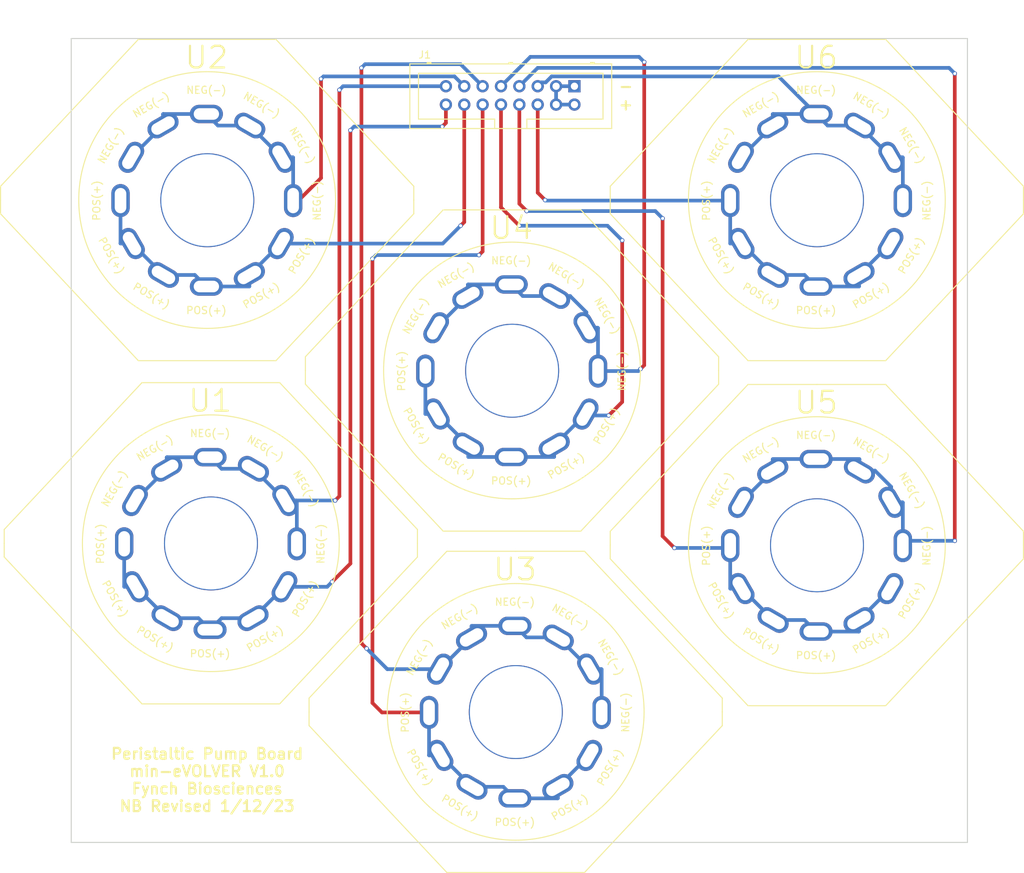
<source format=kicad_pcb>
(kicad_pcb (version 20211014) (generator pcbnew)
  (layers (0 "F.Cu" signal) (31 "B.Cu" signal) (34 "B.Paste" user) (35 "F.Paste" user) (36 "B.SilkS" user "B.Silkscreen") (37 "F.SilkS" user "F.Silkscreen") (38 "B.Mask" user) (39 "F.Mask" user) (44 "Edge.Cuts" user))
  (net 0 "")
  (net 1 "Net-(U6-Pad1)")
  (net 2 "Net-(U6-Pad2)")
  (net 3 "Net-(U5-Pad1)")
  (net 4 "Net-(U5-Pad2)")
  (net 5 "Net-(U4-Pad1)")
  (net 6 "Net-(U4-Pad2)")
  (net 7 "Net-(U3-Pad1)")
  (net 8 "Net-(U3-Pad2)")
  (net 9 "Net-(U2-Pad1)")
  (net 10 "Net-(U2-Pad2)")
  (net 11 "Net-(U1-Pad1)")
  (net 12 "Net-(U1-Pad2)")
  (net 13 "/x")
  (footprint "pump_board:peristlatic_pump_2020_04_29" (layer "F.Cu") (at 64.516 156.718)
    (fp_text reference "U1" (at -0.091 -19.718) (layer "F.SilkS") (effects (font (size 3 3) (thickness 0.3))))
    (fp_text value "peristaltic_pump")
    (fp_text user "POS(+)" (at -7.698831 13.231747 150) (layer "F.SilkS"))
    (fp_text user "NEG(-)" (at 7.54117 -13.164707 150) (layer "F.SilkS"))
    (fp_text user "POS(+)" (at -0.108188 15.271179 180) (layer "F.SilkS"))
    (fp_text user "NEG(-)" (at 13.140674 -7.568975 120) (layer "F.SilkS"))
    (fp_text user "POS(+)" (at 7.485217 13.231747 210) (layer "F.SilkS"))
    (fp_text user "POS(+)" (at -13.25578 7.671024 120) (layer "F.SilkS"))
    (fp_text user "NEG(-)" (at 15.195098 0.077619 90) (layer "F.SilkS"))
    (fp_text user "POS(+)" (at -15.284902 0.077618 90) (layer "F.SilkS"))
    (fp_text user "NEG(-)" (at -0.108187 -15.208822 180) (layer "F.SilkS"))
    (fp_text user "NEG(-)" (at -7.754782 -13.164708 210) (layer "F.SilkS"))
    (fp_text user "NEG(-)" (at -13.349716 -7.562227 240) (layer "F.SilkS"))
    (fp_text user "POS(+)" (at 13.046739 7.677774 240) (layer "F.SilkS"))
    (fp_line (start -28.57754 -0.00254) (end -28.57754 1.90246) (layer "F.SilkS") (width 0.15))
    (fp_line (start -9.525 -22.225) (end 0 -22.225) (layer "F.SilkS") (width 0.15))
    (fp_line (start 0 -22.225) (end 9.525 -22.225) (layer "F.SilkS") (width 0.15))
    (fp_line (start 28.575 0) (end 28.575 1.905) (layer "F.SilkS") (width 0.15))
    (fp_line (start 28.575 1.905) (end 9.525 22.225) (layer "F.SilkS") (width 0.15))
    (fp_line (start -28.575 -1.905) (end -9.525 -22.225) (layer "F.SilkS") (width 0.15))
    (fp_line (start -28.57754 1.90246) (end -9.52754 22.22246) (layer "F.SilkS") (width 0.15))
    (fp_line (start 28.575 -1.905) (end 9.525 -22.225) (layer "F.SilkS") (width 0.15))
    (fp_line (start -9.525 22.23008) (end 9.50976 22.23008) (layer "F.SilkS") (width 0.15))
    (fp_line (start -28.575 0) (end -28.575 -1.905) (layer "F.SilkS") (width 0.15))
    (fp_line (start 28.575 0) (end 28.575 -1.905) (layer "F.SilkS") (width 0.15))
    (fp_circle (center 0 0) (end 10.287 14.478) (layer "F.SilkS") (width 0.15) (fill none))
    (pad "" np_thru_hole circle locked (at 0.018039 0.029322 75) (size 13 13) (drill 12.7) (layers *.Cu *.Mask))
    (pad "1" thru_hole oval locked (at -0.108187 11.969178 270) (size 2.54 4.572) (drill oval 1.6 3.5) (layers *.Cu *.Mask) (net 11 "Net-(U1-Pad1)"))
    (pad "1" thru_hole oval locked (at 10.187122 6.026773 330) (size 2.54 4.572) (drill oval 1.6 3.5) (layers *.Cu *.Mask) (net 11 "Net-(U1-Pad1)"))
    (pad "1" thru_hole oval locked (at -10.396164 6.020024 210) (size 2.54 4.572) (drill oval 1.6 3.5) (layers *.Cu *.Mask) (net 11 "Net-(U1-Pad1)"))
    (pad "1" thru_hole oval locked (at -11.982902 0.077619 180) (size 2.54 4.572) (drill oval 1.6 3.5) (layers *.Cu *.Mask) (net 11 "Net-(U1-Pad1)"))
    (pad "1" thru_hole oval locked (at 5.834218 10.372131 300) (size 2.54 4.572) (drill oval 1.6 3.5) (layers *.Cu *.Mask) (net 11 "Net-(U1-Pad1)"))
    (pad "1" thru_hole oval locked (at -6.04783 10.372131 240) (size 2.54 4.572) (drill oval 1.6 3.5) (layers *.Cu *.Mask) (net 11 "Net-(U1-Pad1)"))
    (pad "2" thru_hole oval locked (at 10.281058 -5.917976 210) (size 2.54 4.572) (drill oval 1.6 3.5) (layers *.Cu *.Mask) (net 12 "Net-(U1-Pad2)"))
    (pad "2" thru_hole oval locked (at 11.893098 0.077618 180) (size 2.54 4.572) (drill oval 1.6 3.5) (layers *.Cu *.Mask) (net 12 "Net-(U1-Pad2)"))
    (pad "2" thru_hole oval locked (at 5.890169 -10.305091 240) (size 2.54 4.572) (drill oval 1.6 3.5) (layers *.Cu *.Mask) (net 12 "Net-(U1-Pad2)"))
    (pad "2" thru_hole oval locked (at -0.108188 -11.906821 270) (size 2.54 4.572) (drill oval 1.6 3.5) (layers *.Cu *.Mask) (net 12 "Net-(U1-Pad2)"))
    (pad "2" thru_hole oval locked (at -10.4901 -5.911226 330) (size 2.54 4.572) (drill oval 1.6 3.5) (layers *.Cu *.Mask) (net 12 "Net-(U1-Pad2)"))
    (pad "2" thru_hole oval locked (at -6.103783 -10.305091 300) (size 2.54 4.572) (drill oval 1.6 3.5) (layers *.Cu *.Mask) (net 12 "Net-(U1-Pad2)"))
  )
  (footprint "pump_board:peristlatic_pump_2020_04_29" (layer "F.Cu") (at 64.008 109.22)
    (fp_text reference "U2" (at -0.091 -19.718) (layer "F.SilkS") (effects (font (size 3 3) (thickness 0.3))))
    (fp_text value "peristaltic_pump")
    (fp_text user "NEG(-)" (at -0.108187 -15.208822 180) (layer "F.SilkS"))
    (fp_text user "POS(+)" (at 13.046739 7.677774 240) (layer "F.SilkS"))
    (fp_text user "POS(+)" (at -15.284902 0.077618 90) (layer "F.SilkS"))
    (fp_text user "NEG(-)" (at 13.140674 -7.568975 120) (layer "F.SilkS"))
    (fp_text user "POS(+)" (at -0.108188 15.271179 180) (layer "F.SilkS"))
    (fp_text user "POS(+)" (at 7.485217 13.231747 210) (layer "F.SilkS"))
    (fp_text user "POS(+)" (at -7.698831 13.231747 150) (layer "F.SilkS"))
    (fp_text user "NEG(-)" (at 15.195098 0.077619 90) (layer "F.SilkS"))
    (fp_text user "POS(+)" (at -13.25578 7.671024 120) (layer "F.SilkS"))
    (fp_text user "NEG(-)" (at -7.754782 -13.164708 210) (layer "F.SilkS"))
    (fp_text user "NEG(-)" (at -13.349716 -7.562227 240) (layer "F.SilkS"))
    (fp_text user "NEG(-)" (at 7.54117 -13.164707 150) (layer "F.SilkS"))
    (fp_line (start 28.575 0) (end 28.575 1.905) (layer "F.SilkS") (width 0.15))
    (fp_line (start 0 -22.225) (end 9.525 -22.225) (layer "F.SilkS") (width 0.15))
    (fp_line (start -28.57754 1.90246) (end -9.52754 22.22246) (layer "F.SilkS") (width 0.15))
    (fp_line (start -28.575 0) (end -28.575 -1.905) (layer "F.SilkS") (width 0.15))
    (fp_line (start 28.575 1.905) (end 9.525 22.225) (layer "F.SilkS") (width 0.15))
    (fp_line (start -9.525 -22.225) (end 0 -22.225) (layer "F.SilkS") (width 0.15))
    (fp_line (start -28.575 -1.905) (end -9.525 -22.225) (layer "F.SilkS") (width 0.15))
    (fp_line (start -9.525 22.23008) (end 9.50976 22.23008) (layer "F.SilkS") (width 0.15))
    (fp_line (start 28.575 0) (end 28.575 -1.905) (layer "F.SilkS") (width 0.15))
    (fp_line (start 28.575 -1.905) (end 9.525 -22.225) (layer "F.SilkS") (width 0.15))
    (fp_line (start -28.57754 -0.00254) (end -28.57754 1.90246) (layer "F.SilkS") (width 0.15))
    (fp_circle (center 0 0) (end 10.287 14.478) (layer "F.SilkS") (width 0.15) (fill none))
    (pad "" np_thru_hole circle locked (at 0.018039 0.029322 75) (size 13 13) (drill 12.7) (layers *.Cu *.Mask))
    (pad "1" thru_hole oval locked (at -6.04783 10.372131 240) (size 2.54 4.572) (drill oval 1.6 3.5) (layers *.Cu *.Mask) (net 9 "Net-(U2-Pad1)"))
    (pad "1" thru_hole oval locked (at -0.108187 11.969178 270) (size 2.54 4.572) (drill oval 1.6 3.5) (layers *.Cu *.Mask) (net 9 "Net-(U2-Pad1)"))
    (pad "1" thru_hole oval locked (at 10.187122 6.026773 330) (size 2.54 4.572) (drill oval 1.6 3.5) (layers *.Cu *.Mask) (net 9 "Net-(U2-Pad1)"))
    (pad "1" thru_hole oval locked (at -11.982902 0.077619 180) (size 2.54 4.572) (drill oval 1.6 3.5) (layers *.Cu *.Mask) (net 9 "Net-(U2-Pad1)"))
    (pad "1" thru_hole oval locked (at -10.396164 6.020024 210) (size 2.54 4.572) (drill oval 1.6 3.5) (layers *.Cu *.Mask) (net 9 "Net-(U2-Pad1)"))
    (pad "1" thru_hole oval locked (at 5.834218 10.372131 300) (size 2.54 4.572) (drill oval 1.6 3.5) (layers *.Cu *.Mask) (net 9 "Net-(U2-Pad1)"))
    (pad "2" thru_hole oval locked (at 11.893098 0.077618 180) (size 2.54 4.572) (drill oval 1.6 3.5) (layers *.Cu *.Mask) (net 10 "Net-(U2-Pad2)"))
    (pad "2" thru_hole oval locked (at -6.103783 -10.305091 300) (size 2.54 4.572) (drill oval 1.6 3.5) (layers *.Cu *.Mask) (net 10 "Net-(U2-Pad2)"))
    (pad "2" thru_hole oval locked (at -0.108188 -11.906821 270) (size 2.54 4.572) (drill oval 1.6 3.5) (layers *.Cu *.Mask) (net 10 "Net-(U2-Pad2)"))
    (pad "2" thru_hole oval locked (at 5.890169 -10.305091 240) (size 2.54 4.572) (drill oval 1.6 3.5) (layers *.Cu *.Mask) (net 10 "Net-(U2-Pad2)"))
    (pad "2" thru_hole oval locked (at -10.4901 -5.911226 330) (size 2.54 4.572) (drill oval 1.6 3.5) (layers *.Cu *.Mask) (net 10 "Net-(U2-Pad2)"))
    (pad "2" thru_hole oval locked (at 10.281058 -5.917976 210) (size 2.54 4.572) (drill oval 1.6 3.5) (layers *.Cu *.Mask) (net 10 "Net-(U2-Pad2)"))
  )
  (footprint "pump_board:peristlatic_pump_2020_04_29" (layer "F.Cu") (at 106.68 180.054822)
    (fp_text reference "U3" (at -0.091 -19.718) (layer "F.SilkS") (effects (font (size 3 3) (thickness 0.3))))
    (fp_text value "peristaltic_pump")
    (fp_text user "POS(+)" (at -15.284902 0.077618 90) (layer "F.SilkS"))
    (fp_text user "NEG(-)" (at -7.754782 -13.164708 210) (layer "F.SilkS"))
    (fp_text user "NEG(-)" (at 15.195098 0.077619 90) (layer "F.SilkS"))
    (fp_text user "POS(+)" (at -7.698831 13.231747 150) (layer "F.SilkS"))
    (fp_text user "POS(+)" (at -13.25578 7.671024 120) (layer "F.SilkS"))
    (fp_text user "NEG(-)" (at -0.108187 -15.208822 180) (layer "F.SilkS"))
    (fp_text user "NEG(-)" (at -13.349716 -7.562227 240) (layer "F.SilkS"))
    (fp_text user "NEG(-)" (at 7.54117 -13.164707 150) (layer "F.SilkS"))
    (fp_text user "NEG(-)" (at 13.140674 -7.568975 120) (layer "F.SilkS"))
    (fp_text user "POS(+)" (at -0.108188 15.271179 180) (layer "F.SilkS"))
    (fp_text user "POS(+)" (at 7.485217 13.231747 210) (layer "F.SilkS"))
    (fp_text user "POS(+)" (at 13.046739 7.677774 240) (layer "F.SilkS"))
    (fp_line (start -28.57754 1.90246) (end -9.52754 22.22246) (layer "F.SilkS") (width 0.15))
    (fp_line (start 0 -22.225) (end 9.525 -22.225) (layer "F.SilkS") (width 0.15))
    (fp_line (start 28.575 0) (end 28.575 1.905) (layer "F.SilkS") (width 0.15))
    (fp_line (start -9.525 -22.225) (end 0 -22.225) (layer "F.SilkS") (width 0.15))
    (fp_line (start -28.57754 -0.00254) (end -28.57754 1.90246) (layer "F.SilkS") (width 0.15))
    (fp_line (start -9.525 22.23008) (end 9.50976 22.23008) (layer "F.SilkS") (width 0.15))
    (fp_line (start 28.575 0) (end 28.575 -1.905) (layer "F.SilkS") (width 0.15))
    (fp_line (start 28.575 1.905) (end 9.525 22.225) (layer "F.SilkS") (width 0.15))
    (fp_line (start 28.575 -1.905) (end 9.525 -22.225) (layer "F.SilkS") (width 0.15))
    (fp_line (start -28.575 0) (end -28.575 -1.905) (layer "F.SilkS") (width 0.15))
    (fp_line (start -28.575 -1.905) (end -9.525 -22.225) (layer "F.SilkS") (width 0.15))
    (fp_circle (center 0 0) (end 10.287 14.478) (layer "F.SilkS") (width 0.15) (fill none))
    (pad "" np_thru_hole circle locked (at 0.018039 0.029322 75) (size 13 13) (drill 12.7) (layers *.Cu *.Mask))
    (pad "1" thru_hole oval locked (at 10.187122 6.026773 330) (size 2.54 4.572) (drill oval 1.6 3.5) (layers *.Cu *.Mask) (net 7 "Net-(U3-Pad1)"))
    (pad "1" thru_hole oval locked (at -10.396164 6.020024 210) (size 2.54 4.572) (drill oval 1.6 3.5) (layers *.Cu *.Mask) (net 7 "Net-(U3-Pad1)"))
    (pad "1" thru_hole oval locked (at -11.982902 0.077619 180) (size 2.54 4.572) (drill oval 1.6 3.5) (layers *.Cu *.Mask) (net 7 "Net-(U3-Pad1)"))
    (pad "1" thru_hole oval locked (at -0.108187 11.969178 270) (size 2.54 4.572) (drill oval 1.6 3.5) (layers *.Cu *.Mask) (net 7 "Net-(U3-Pad1)"))
    (pad "1" thru_hole oval locked (at -6.04783 10.372131 240) (size 2.54 4.572) (drill oval 1.6 3.5) (layers *.Cu *.Mask) (net 7 "Net-(U3-Pad1)"))
    (pad "1" thru_hole oval locked (at 5.834218 10.372131 300) (size 2.54 4.572) (drill oval 1.6 3.5) (layers *.Cu *.Mask) (net 7 "Net-(U3-Pad1)"))
    (pad "2" thru_hole oval locked (at -0.108188 -11.906821 270) (size 2.54 4.572) (drill oval 1.6 3.5) (layers *.Cu *.Mask) (net 8 "Net-(U3-Pad2)"))
    (pad "2" thru_hole oval locked (at 10.281058 -5.917976 210) (size 2.54 4.572) (drill oval 1.6 3.5) (layers *.Cu *.Mask) (net 8 "Net-(U3-Pad2)"))
    (pad "2" thru_hole oval locked (at -6.103783 -10.305091 300) (size 2.54 4.572) (drill oval 1.6 3.5) (layers *.Cu *.Mask) (net 8 "Net-(U3-Pad2)"))
    (pad "2" thru_hole oval locked (at -10.4901 -5.911226 330) (size 2.54 4.572) (drill oval 1.6 3.5) (layers *.Cu *.Mask) (net 8 "Net-(U3-Pad2)"))
    (pad "2" thru_hole oval locked (at 5.890169 -10.305091 240) (size 2.54 4.572) (drill oval 1.6 3.5) (layers *.Cu *.Mask) (net 8 "Net-(U3-Pad2)"))
    (pad "2" thru_hole oval locked (at 11.893098 0.077618 180) (size 2.54 4.572) (drill oval 1.6 3.5) (layers *.Cu *.Mask) (net 8 "Net-(U3-Pad2)"))
  )
  (footprint "pump_board:peristlatic_pump_2020_04_29" (layer "F.Cu") (at 106.172 132.810822)
    (fp_text reference "U4" (at -0.091 -19.718) (layer "F.SilkS") (effects (font (size 3 3) (thickness 0.3))))
    (fp_text value "peristaltic_pump")
    (fp_text user "NEG(-)" (at -7.754782 -13.164708 210) (layer "F.SilkS"))
    (fp_text user "POS(+)" (at -15.284902 0.077618 90) (layer "F.SilkS"))
    (fp_text user "NEG(-)" (at -0.108187 -15.208822 180) (layer "F.SilkS"))
    (fp_text user "POS(+)" (at -7.698831 13.231747 150) (layer "F.SilkS"))
    (fp_text user "NEG(-)" (at 13.140674 -7.568975 120) (layer "F.SilkS"))
    (fp_text user "POS(+)" (at -13.25578 7.671024 120) (layer "F.SilkS"))
    (fp_text user "POS(+)" (at 7.485217 13.231747 210) (layer "F.SilkS"))
    (fp_text user "POS(+)" (at -0.108188 15.271179 180) (layer "F.SilkS"))
    (fp_text user "POS(+)" (at 13.046739 7.677774 240) (layer "F.SilkS"))
    (fp_text user "NEG(-)" (at 7.54117 -13.164707 150) (layer "F.SilkS"))
    (fp_text user "NEG(-)" (at 15.195098 0.077619 90) (layer "F.SilkS"))
    (fp_text user "NEG(-)" (at -13.349716 -7.562227 240) (layer "F.SilkS"))
    (fp_line (start 28.575 0) (end 28.575 -1.905) (layer "F.SilkS") (width 0.15))
    (fp_line (start -28.575 -1.905) (end -9.525 -22.225) (layer "F.SilkS") (width 0.15))
    (fp_line (start 28.575 -1.905) (end 9.525 -22.225) (layer "F.SilkS") (width 0.15))
    (fp_line (start 28.575 0) (end 28.575 1.905) (layer "F.SilkS") (width 0.15))
    (fp_line (start -28.575 0) (end -28.575 -1.905) (layer "F.SilkS") (width 0.15))
    (fp_line (start 0 -22.225) (end 9.525 -22.225) (layer "F.SilkS") (width 0.15))
    (fp_line (start -28.57754 1.90246) (end -9.52754 22.22246) (layer "F.SilkS") (width 0.15))
    (fp_line (start -28.57754 -0.00254) (end -28.57754 1.90246) (layer "F.SilkS") (width 0.15))
    (fp_line (start -9.525 -22.225) (end 0 -22.225) (layer "F.SilkS") (width 0.15))
    (fp_line (start 28.575 1.905) (end 9.525 22.225) (layer "F.SilkS") (width 0.15))
    (fp_line (start -9.525 22.23008) (end 9.50976 22.23008) (layer "F.SilkS") (width 0.15))
    (fp_circle (center 0 0) (end 10.287 14.478) (layer "F.SilkS") (width 0.15) (fill none))
    (pad "" np_thru_hole circle locked (at 0.018039 0.029322 75) (size 13 13) (drill 12.7) (layers *.Cu *.Mask))
    (pad "1" thru_hole oval locked (at -11.982902 0.077619 180) (size 2.54 4.572) (drill oval 1.6 3.5) (layers *.Cu *.Mask) (net 5 "Net-(U4-Pad1)"))
    (pad "1" thru_hole oval locked (at -0.108187 11.969178 270) (size 2.54 4.572) (drill oval 1.6 3.5) (layers *.Cu *.Mask) (net 5 "Net-(U4-Pad1)"))
    (pad "1" thru_hole oval locked (at -6.04783 10.372131 240) (size 2.54 4.572) (drill oval 1.6 3.5) (layers *.Cu *.Mask) (net 5 "Net-(U4-Pad1)"))
    (pad "1" thru_hole oval locked (at 10.187122 6.026773 330) (size 2.54 4.572) (drill oval 1.6 3.5) (layers *.Cu *.Mask) (net 5 "Net-(U4-Pad1)"))
    (pad "1" thru_hole oval locked (at -10.396164 6.020024 210) (size 2.54 4.572) (drill oval 1.6 3.5) (layers *.Cu *.Mask) (net 5 "Net-(U4-Pad1)"))
    (pad "1" thru_hole oval locked (at 5.834218 10.372131 300) (size 2.54 4.572) (drill oval 1.6 3.5) (layers *.Cu *.Mask) (net 5 "Net-(U4-Pad1)"))
    (pad "2" thru_hole oval locked (at -10.4901 -5.911226 330) (size 2.54 4.572) (drill oval 1.6 3.5) (layers *.Cu *.Mask) (net 6 "Net-(U4-Pad2)"))
    (pad "2" thru_hole oval locked (at -6.103783 -10.305091 300) (size 2.54 4.572) (drill oval 1.6 3.5) (layers *.Cu *.Mask) (net 6 "Net-(U4-Pad2)"))
    (pad "2" thru_hole oval locked (at 5.890169 -10.305091 240) (size 2.54 4.572) (drill oval 1.6 3.5) (layers *.Cu *.Mask) (net 6 "Net-(U4-Pad2)"))
    (pad "2" thru_hole oval locked (at 10.281058 -5.917976 210) (size 2.54 4.572) (drill oval 1.6 3.5) (layers *.Cu *.Mask) (net 6 "Net-(U4-Pad2)"))
    (pad "2" thru_hole oval locked (at 11.893098 0.077618 180) (size 2.54 4.572) (drill oval 1.6 3.5) (layers *.Cu *.Mask) (net 6 "Net-(U4-Pad2)"))
    (pad "2" thru_hole oval locked (at -0.108188 -11.906821 270) (size 2.54 4.572) (drill oval 1.6 3.5) (layers *.Cu *.Mask) (net 6 "Net-(U4-Pad2)"))
  )
  (footprint "pump_board:peristlatic_pump_2020_04_29" (layer "F.Cu") (at 148.336 156.972)
    (fp_text reference "U5" (at -0.091 -19.718) (layer "F.SilkS") (effects (font (size 3 3) (thickness 0.3))))
    (fp_text value "peristaltic_pump")
    (fp_text user "POS(+)" (at -13.25578 7.671024 120) (layer "F.SilkS"))
    (fp_text user "POS(+)" (at 7.485217 13.231747 210) (layer "F.SilkS"))
    (fp_text user "NEG(-)" (at 13.140674 -7.568975 120) (layer "F.SilkS"))
    (fp_text user "NEG(-)" (at -7.754782 -13.164708 210) (layer "F.SilkS"))
    (fp_text user "POS(+)" (at -0.108188 15.271179 180) (layer "F.SilkS"))
    (fp_text user "NEG(-)" (at -13.349716 -7.562227 240) (layer "F.SilkS"))
    (fp_text user "NEG(-)" (at -0.108187 -15.208822 180) (layer "F.SilkS"))
    (fp_text user "NEG(-)" (at 7.54117 -13.164707 150) (layer "F.SilkS"))
    (fp_text user "POS(+)" (at 13.046739 7.677774 240) (layer "F.SilkS"))
    (fp_text user "NEG(-)" (at 15.195098 0.077619 90) (layer "F.SilkS"))
    (fp_text user "POS(+)" (at -7.698831 13.231747 150) (layer "F.SilkS"))
    (fp_text user "POS(+)" (at -15.284902 0.077618 90) (layer "F.SilkS"))
    (fp_line (start 28.575 -1.905) (end 9.525 -22.225) (layer "F.SilkS") (width 0.15))
    (fp_line (start 28.575 1.905) (end 9.525 22.225) (layer "F.SilkS") (width 0.15))
    (fp_line (start 28.575 0) (end 28.575 1.905) (layer "F.SilkS") (width 0.15))
    (fp_line (start -28.57754 1.90246) (end -9.52754 22.22246) (layer "F.SilkS") (width 0.15))
    (fp_line (start 28.575 0) (end 28.575 -1.905) (layer "F.SilkS") (width 0.15))
    (fp_line (start -28.57754 -0.00254) (end -28.57754 1.90246) (layer "F.SilkS") (width 0.15))
    (fp_line (start -9.525 -22.225) (end 0 -22.225) (layer "F.SilkS") (width 0.15))
    (fp_line (start 0 -22.225) (end 9.525 -22.225) (layer "F.SilkS") (width 0.15))
    (fp_line (start -28.575 -1.905) (end -9.525 -22.225) (layer "F.SilkS") (width 0.15))
    (fp_line (start -9.525 22.23008) (end 9.50976 22.23008) (layer "F.SilkS") (width 0.15))
    (fp_line (start -28.575 0) (end -28.575 -1.905) (layer "F.SilkS") (width 0.15))
    (fp_circle (center 0 0) (end 10.287 14.478) (layer "F.SilkS") (width 0.15) (fill none))
    (pad "" np_thru_hole circle locked (at 0.018039 0.029322 75) (size 13 13) (drill 12.7) (layers *.Cu *.Mask))
    (pad "1" thru_hole oval locked (at 10.187122 6.026773 330) (size 2.54 4.572) (drill oval 1.6 3.5) (layers *.Cu *.Mask) (net 3 "Net-(U5-Pad1)"))
    (pad "1" thru_hole oval locked (at -11.982902 0.077619 180) (size 2.54 4.572) (drill oval 1.6 3.5) (layers *.Cu *.Mask) (net 3 "Net-(U5-Pad1)"))
    (pad "1" thru_hole oval locked (at -6.04783 10.372131 240) (size 2.54 4.572) (drill oval 1.6 3.5) (layers *.Cu *.Mask) (net 3 "Net-(U5-Pad1)"))
    (pad "1" thru_hole oval locked (at -10.396164 6.020024 210) (size 2.54 4.572) (drill oval 1.6 3.5) (layers *.Cu *.Mask) (net 3 "Net-(U5-Pad1)"))
    (pad "1" thru_hole oval locked (at -0.108187 11.969178 270) (size 2.54 4.572) (drill oval 1.6 3.5) (layers *.Cu *.Mask) (net 3 "Net-(U5-Pad1)"))
    (pad "1" thru_hole oval locked (at 5.834218 10.372131 300) (size 2.54 4.572) (drill oval 1.6 3.5) (layers *.Cu *.Mask) (net 3 "Net-(U5-Pad1)"))
    (pad "2" thru_hole oval locked (at 11.893098 0.077618 180) (size 2.54 4.572) (drill oval 1.6 3.5) (layers *.Cu *.Mask) (net 4 "Net-(U5-Pad2)"))
    (pad "2" thru_hole oval locked (at -6.103783 -10.305091 300) (size 2.54 4.572) (drill oval 1.6 3.5) (layers *.Cu *.Mask) (net 4 "Net-(U5-Pad2)"))
    (pad "2" thru_hole oval locked (at 5.890169 -10.305091 240) (size 2.54 4.572) (drill oval 1.6 3.5) (layers *.Cu *.Mask) (net 4 "Net-(U5-Pad2)"))
    (pad "2" thru_hole oval locked (at -0.108188 -11.906821 270) (size 2.54 4.572) (drill oval 1.6 3.5) (layers *.Cu *.Mask) (net 4 "Net-(U5-Pad2)"))
    (pad "2" thru_hole oval locked (at -10.4901 -5.911226 330) (size 2.54 4.572) (drill oval 1.6 3.5) (layers *.Cu *.Mask) (net 4 "Net-(U5-Pad2)"))
    (pad "2" thru_hole oval locked (at 10.281058 -5.917976 210) (size 2.54 4.572) (drill oval 1.6 3.5) (layers *.Cu *.Mask) (net 4 "Net-(U5-Pad2)"))
  )
  (footprint "pump_board:peristlatic_pump_2020_04_29" (layer "F.Cu") (at 148.336 109.22)
    (fp_text reference "U6" (at -0.091 -19.718) (layer "F.SilkS") (effects (font (size 3 3) (thickness 0.3))))
    (fp_text value "peristaltic_pump")
    (fp_text user "NEG(-)" (at -13.349716 -7.562227 240) (layer "F.SilkS"))
    (fp_text user "POS(+)" (at -0.108188 15.271179 180) (layer "F.SilkS"))
    (fp_text user "NEG(-)" (at 13.140674 -7.568975 120) (layer "F.SilkS"))
    (fp_text user "POS(+)" (at 13.046739 7.677774 240) (layer "F.SilkS"))
    (fp_text user "NEG(-)" (at 15.195098 0.077619 90) (layer "F.SilkS"))
    (fp_text user "POS(+)" (at 7.485217 13.231747 210) (layer "F.SilkS"))
    (fp_text user "NEG(-)" (at 7.54117 -13.164707 150) (layer "F.SilkS"))
    (fp_text user "POS(+)" (at -7.698831 13.231747 150) (layer "F.SilkS"))
    (fp_text user "NEG(-)" (at -7.754782 -13.164708 210) (layer "F.SilkS"))
    (fp_text user "NEG(-)" (at -0.108187 -15.208822 180) (layer "F.SilkS"))
    (fp_text user "POS(+)" (at -15.284902 0.077618 90) (layer "F.SilkS"))
    (fp_text user "POS(+)" (at -13.25578 7.671024 120) (layer "F.SilkS"))
    (fp_line (start 28.575 1.905) (end 9.525 22.225) (layer "F.SilkS") (width 0.15))
    (fp_line (start -28.575 0) (end -28.575 -1.905) (layer "F.SilkS") (width 0.15))
    (fp_line (start 0 -22.225) (end 9.525 -22.225) (layer "F.SilkS") (width 0.15))
    (fp_line (start 28.575 -1.905) (end 9.525 -22.225) (layer "F.SilkS") (width 0.15))
    (fp_line (start -28.57754 -0.00254) (end -28.57754 1.90246) (layer "F.SilkS") (width 0.15))
    (fp_line (start -9.525 -22.225) (end 0 -22.225) (layer "F.SilkS") (width 0.15))
    (fp_line (start 28.575 0) (end 28.575 -1.905) (layer "F.SilkS") (width 0.15))
    (fp_line (start 28.575 0) (end 28.575 1.905) (layer "F.SilkS") (width 0.15))
    (fp_line (start -9.525 22.23008) (end 9.50976 22.23008) (layer "F.SilkS") (width 0.15))
    (fp_line (start -28.575 -1.905) (end -9.525 -22.225) (layer "F.SilkS") (width 0.15))
    (fp_line (start -28.57754 1.90246) (end -9.52754 22.22246) (layer "F.SilkS") (width 0.15))
    (fp_circle (center 0 0) (end 10.287 14.478) (layer "F.SilkS") (width 0.15) (fill none))
    (pad "" np_thru_hole circle locked (at 0.018039 0.029322 75) (size 13 13) (drill 12.7) (layers *.Cu *.Mask))
    (pad "1" thru_hole oval locked (at -0.108187 11.969178 270) (size 2.54 4.572) (drill oval 1.6 3.5) (layers *.Cu *.Mask) (net 1 "Net-(U6-Pad1)"))
    (pad "1" thru_hole oval locked (at 10.187122 6.026773 330) (size 2.54 4.572) (drill oval 1.6 3.5) (layers *.Cu *.Mask) (net 1 "Net-(U6-Pad1)"))
    (pad "1" thru_hole oval locked (at -6.04783 10.372131 240) (size 2.54 4.572) (drill oval 1.6 3.5) (layers *.Cu *.Mask) (net 1 "Net-(U6-Pad1)"))
    (pad "1" thru_hole oval locked (at -10.396164 6.020024 210) (size 2.54 4.572) (drill oval 1.6 3.5) (layers *.Cu *.Mask) (net 1 "Net-(U6-Pad1)"))
    (pad "1" thru_hole oval locked (at 5.834218 10.372131 300) (size 2.54 4.572) (drill oval 1.6 3.5) (layers *.Cu *.Mask) (net 1 "Net-(U6-Pad1)"))
    (pad "1" thru_hole oval locked (at -11.982902 0.077619 180) (size 2.54 4.572) (drill oval 1.6 3.5) (layers *.Cu *.Mask) (net 1 "Net-(U6-Pad1)"))
    (pad "2" thru_hole oval locked (at -0.108188 -11.906821 270) (size 2.54 4.572) (drill oval 1.6 3.5) (layers *.Cu *.Mask) (net 2 "Net-(U6-Pad2)"))
    (pad "2" thru_hole oval locked (at 10.281058 -5.917976 210) (size 2.54 4.572) (drill oval 1.6 3.5) (layers *.Cu *.Mask) (net 2 "Net-(U6-Pad2)"))
    (pad "2" thru_hole oval locked (at 5.890169 -10.305091 240) (size 2.54 4.572) (drill oval 1.6 3.5) (layers *.Cu *.Mask) (net 2 "Net-(U6-Pad2)"))
    (pad "2" thru_hole oval locked (at -10.4901 -5.911226 330) (size 2.54 4.572) (drill oval 1.6 3.5) (layers *.Cu *.Mask) (net 2 "Net-(U6-Pad2)"))
    (pad "2" thru_hole oval locked (at 11.893098 0.077618 180) (size 2.54 4.572) (drill oval 1.6 3.5) (layers *.Cu *.Mask) (net 2 "Net-(U6-Pad2)"))
    (pad "2" thru_hole oval locked (at -6.103783 -10.305091 300) (size 2.54 4.572) (drill oval 1.6 3.5) (layers *.Cu *.Mask) (net 2 "Net-(U6-Pad2)"))
  )
  (footprint "pump_board:pump_2x8_connector" (layer "F.Cu") (at 114.808 93.472 180)
    (fp_text reference "J1" (at 20.7 4.35) (layer "F.SilkS"))
    (fp_text value "Conn_02x08_Odd_Even")
    (fp_line (start 11.035 -5.85) (end 11.035 -4.55) (layer "F.SilkS") (width 0.15))
    (fp_line (start 20.35 3.19) (end 19.85 3.19) (layer "F.SilkS") (width 0.15))
    (fp_line (start -2.23 3.19) (end -2.73 3.19) (layer "F.SilkS") (width 0.15))
    (fp_line (start 9.06 3.19) (end 8.56 3.19) (layer "F.SilkS") (width 0.15))
    (fp_line (start 21.57 -4.55) (end 21.57 1.79) (layer "F.SilkS") (width 0.15))
    (fp_line (start -5.15 -5.85) (end 22.77 -5.85) (layer "F.SilkS") (width 0.15))
    (fp_line (start 19.85 3.29) (end 19.85 3.09) (layer "F.SilkS") (width 0.15))
    (fp_line (start -5.15 3.09) (end -5.15 -5.85) (layer "F.SilkS") (width 0.15))
    (fp_line (start 22.77 3.09) (end -5.15 3.09) (layer "F.SilkS") (width 0.15))
    (fp_line (start 22.77 -5.85) (end 22.77 3.09) (layer "F.SilkS") (width 0.15))
    (fp_line (start 20.35 3.09) (end 20.35 3.29) (layer "F.SilkS") (width 0.15))
    (fp_line (start -3.95 1.79) (end -3.95 -4.55) (layer "F.SilkS") (width 0.15))
    (fp_line (start 21.57 1.79) (end -3.95 1.79) (layer "F.SilkS") (width 0.15))
    (fp_line (start 6.585 -4.55) (end 6.585 -5.85) (layer "F.SilkS") (width 0.15))
    (fp_line (start -3.95 -4.55) (end 6.585 -4.55) (layer "F.SilkS") (width 0.15))
    (fp_line (start 9.06 3.29) (end 8.56 3.29) (layer "F.SilkS") (width 0.15))
    (fp_line (start 9.06 3.09) (end 9.06 3.29) (layer "F.SilkS") (width 0.15))
    (fp_line (start 20.35 3.29) (end 19.85 3.29) (layer "F.SilkS") (width 0.15))
    (fp_line (start 8.56 3.29) (end 8.56 3.09) (layer "F.SilkS") (width 0.15))
    (fp_line (start 11.035 -4.55) (end 21.57 -4.55) (layer "F.SilkS") (width 0.15))
    (fp_line (start -2.23 3.29) (end -2.73 3.29) (layer "F.SilkS") (width 0.15))
    (fp_line (start -2.23 3.09) (end -2.23 3.29) (layer "F.SilkS") (width 0.15))
    (fp_line (start -2.73 3.29) (end -2.73 3.09) (layer "F.SilkS") (width 0.15))
    (pad "1" thru_hole rect locked (at 0 0 180) (size 1.7 1.7) (drill 1) (layers *.Cu *.Mask) (net 13 "/x"))
    (pad "2" thru_hole circle locked (at 0 -2.54 180) (size 1.7 1.7) (drill 1) (layers *.Cu *.Mask) (net 13 "/x"))
    (pad "3" thru_hole circle locked (at 2.54 0 180) (size 1.7 1.7) (drill 1) (layers *.Cu *.Mask) (net 13 "/x"))
    (pad "4" thru_hole circle locked (at 2.54 -2.54 180) (size 1.7 1.7) (drill 1) (layers *.Cu *.Mask) (net 13 "/x"))
    (pad "5" thru_hole circle locked (at 5.08 0 180) (size 1.7 1.7) (drill 1) (layers *.Cu *.Mask) (net 2 "Net-(U6-Pad2)"))
    (pad "6" thru_hole circle locked (at 5.08 -2.54 180) (size 1.7 1.7) (drill 1) (layers *.Cu *.Mask) (net 1 "Net-(U6-Pad1)"))
    (pad "7" thru_hole circle locked (at 7.62 0 180) (size 1.7 1.7) (drill 1) (layers *.Cu *.Mask) (net 4 "Net-(U5-Pad2)"))
    (pad "8" thru_hole circle locked (at 7.62 -2.54 180) (size 1.7 1.7) (drill 1) (layers *.Cu *.Mask) (net 3 "Net-(U5-Pad1)"))
    (pad "9" thru_hole circle locked (at 10.16 0 180) (size 1.7 1.7) (drill 1) (layers *.Cu *.Mask) (net 6 "Net-(U4-Pad2)"))
    (pad "10" thru_hole circle locked (at 10.16 -2.54 180) (size 1.7 1.7) (drill 1) (layers *.Cu *.Mask) (net 5 "Net-(U4-Pad1)"))
    (pad "11" thru_hole circle locked (at 12.7 0 180) (size 1.7 1.7) (drill 1) (layers *.Cu *.Mask) (net 8 "Net-(U3-Pad2)"))
    (pad "12" thru_hole circle locked (at 12.7 -2.54 180) (size 1.7 1.7) (drill 1) (layers *.Cu *.Mask) (net 7 "Net-(U3-Pad1)"))
    (pad "13" thru_hole circle locked (at 15.24 0 180) (size 1.7 1.7) (drill 1) (layers *.Cu *.Mask) (net 10 "Net-(U2-Pad2)"))
    (pad "14" thru_hole circle locked (at 15.24 -2.54 180) (size 1.7 1.7) (drill 1) (layers *.Cu *.Mask) (net 9 "Net-(U2-Pad1)"))
    (pad "15" thru_hole circle locked (at 17.78 0 180) (size 1.7 1.7) (drill 1) (layers *.Cu *.Mask) (net 12 "Net-(U1-Pad2)"))
    (pad "16" thru_hole circle locked (at 17.78 -2.54 180) (size 1.7 1.7) (drill 1) (layers *.Cu *.Mask) (net 11 "Net-(U1-Pad1)"))
  )
  (gr_line (start 169.164 86.868) (end 169.164 198.12) (layer "Edge.Cuts") (width 0.15))
  (gr_line (start 169.164 198.12) (end 45.212 198.12) (layer "Edge.Cuts") (width 0.15))
  (gr_line (start 169.164 86.868) (end 45.212 86.868) (layer "Edge.Cuts") (width 0.15))
  (gr_line (start 45.212 198.12) (end 45.212 86.868) (layer "Edge.Cuts") (width 0.15))
  (gr_text "+" (at 121.92 96.012) (layer "F.SilkS") (effects (font (size 1.5 1.5) (thickness 0.3)) (justify mirror)))
  (gr_text "-" (at 121.92 93.472) (layer "F.SilkS") (effects (font (size 1.5 1.5) (thickness 0.3)) (justify mirror)))
  (gr_text "Peristaltic Pump Board\nmin-eVOLVER V1.0\nFynch Biosciences\nNB Revised 1/12/23" (at 64.008 189.484) (layer "F.SilkS") (effects (font (size 1.5 1.5) (thickness 0.3))))
  (segment (start 109.728 96.012) (end 109.728 108.204) (width 0.508) (layer "F.Cu") (net 1))
  (segment (start 109.728 108.204) (end 110.744 109.22) (width 0.508) (layer "F.Cu") (net 1))
  (via (at 110.744 109.22) (size 0.6) (drill 0.4) (layers "F.Cu" "B.Cu") (net 1))
  (segment (start 142.28817 119.588358) (end 142.28817 119.592131) (width 0.508) (layer "B.Cu") (net 1))
  (segment (start 148.227813 121.189178) (end 154.13964 121.189178) (width 0.508) (layer "B.Cu") (net 1))
  (segment (start 154.170218 121.1586) (end 154.170218 119.592131) (width 0.508) (layer "B.Cu") (net 1))
  (segment (start 136.373367 115.240024) (end 137.939836 115.240024) (width 0.508) (layer "B.Cu") (net 1))
  (segment (start 110.744 109.22) (end 110.821619 109.297619) (width 0.508) (layer "B.Cu") (net 1))
  (segment (start 110.821619 109.297619) (end 136.353098 109.297619) (width 0.508) (layer "B.Cu") (net 1))
  (segment (start 158.515576 115.246773) (end 158.523122 115.246773) (width 0.508) (layer "B.Cu") (net 1))
  (segment (start 146.630766 119.592131) (end 148.227813 121.189178) (width 0.508) (layer "B.Cu") (net 1))
  (segment (start 154.170218 119.592131) (end 158.515576 115.246773) (width 0.508) (layer "B.Cu") (net 1))
  (segment (start 137.939836 115.240024) (end 142.28817 119.588358) (width 0.508) (layer "B.Cu") (net 1))
  (segment (start 142.28817 119.592131) (end 146.630766 119.592131) (width 0.508) (layer "B.Cu") (net 1))
  (segment (start 154.13964 121.189178) (end 154.170218 121.1586) (width 0.508) (layer "B.Cu") (net 1))
  (segment (start 136.353098 115.219755) (end 136.373367 115.240024) (width 0.508) (layer "B.Cu") (net 1))
  (segment (start 136.353098 109.297619) (end 136.353098 115.219755) (width 0.508) (layer "B.Cu") (net 1))
  (segment (start 110.260499 92.939501) (end 110.829425 92.939501) (width 0.508) (layer "B.Cu") (net 2))
  (segment (start 160.229098 109.297618) (end 160.229098 103.347595) (width 0.508) (layer "B.Cu") (net 2))
  (segment (start 137.8459 103.301226) (end 137.8459 103.308774) (width 0.508) (layer "B.Cu") (net 2))
  (segment (start 148.227812 97.313179) (end 142.267478 97.313179) (width 0.508) (layer "B.Cu") (net 2))
  (segment (start 154.226169 98.914909) (end 158.613284 103.302024) (width 0.508) (layer "B.Cu") (net 2))
  (segment (start 142.232217 97.34844) (end 142.232217 98.914909) (width 0.508) (layer "B.Cu") (net 2))
  (segment (start 158.613284 103.302024) (end 158.617058 103.302024) (width 0.508) (layer "B.Cu") (net 2))
  (segment (start 160.229098 103.347595) (end 160.183527 103.302024) (width 0.508) (layer "B.Cu") (net 2))
  (segment (start 143.028633 92.114) (end 148.227812 97.313179) (width 0.508) (layer "B.Cu") (net 2))
  (segment (start 111.654926 92.114) (end 143.028633 92.114) (width 0.508) (layer "B.Cu") (net 2))
  (segment (start 142.232217 98.914909) (end 137.8459 103.301226) (width 0.508) (layer "B.Cu") (net 2))
  (segment (start 154.226169 98.914909) (end 149.829542 98.914909) (width 0.508) (layer "B.Cu") (net 2))
  (segment (start 160.183527 103.302024) (end 158.617058 103.302024) (width 0.508) (layer "B.Cu") (net 2))
  (segment (start 110.829425 92.939501) (end 111.654926 92.114) (width 0.508) (layer "B.Cu") (net 2))
  (segment (start 142.267478 97.313179) (end 142.232217 97.34844) (width 0.508) (layer "B.Cu") (net 2))
  (segment (start 109.728 93.472) (end 110.260499 92.939501) (width 0.508) (layer "B.Cu") (net 2))
  (segment (start 149.829542 98.914909) (end 148.227812 97.313179) (width 0.508) (layer "B.Cu") (net 2))
  (segment (start 127 155.736) (end 128.634 157.37) (width 0.508) (layer "F.Cu") (net 3))
  (segment (start 107.188 109.728) (end 108.204 110.744) (width 0.508) (layer "F.Cu") (net 3))
  (segment (start 107.188 96.012) (end 107.188 109.728) (width 0.508) (layer "F.Cu") (net 3))
  (segment (start 127 111.76) (end 127 155.736) (width 0.508) (layer "F.Cu") (net 3))
  (via (at 127 111.76) (size 0.6) (drill 0.4) (layers "F.Cu" "B.Cu") (net 3))
  (via (at 128.634 157.37) (size 0.6) (drill 0.4) (layers "F.Cu" "B.Cu") (net 3))
  (via (at 108.204 110.744) (size 0.6) (drill 0.4) (layers "F.Cu" "B.Cu") (net 3))
  (segment (start 154.170218 168.9106) (end 154.170218 167.344131) (width 0.508) (layer "B.Cu") (net 3))
  (segment (start 158.515576 162.998773) (end 158.523122 162.998773) (width 0.508) (layer "B.Cu") (net 3))
  (segment (start 128.634 157.37) (end 136.032717 157.37) (width 0.508) (layer "B.Cu") (net 3))
  (segment (start 108.204 110.744) (end 125.984 110.744) (width 0.508) (layer "B.Cu") (net 3))
  (segment (start 148.227813 168.941178) (end 154.13964 168.941178) (width 0.508) (layer "B.Cu") (net 3))
  (segment (start 146.630766 167.344131) (end 148.227813 168.941178) (width 0.508) (layer "B.Cu") (net 3))
  (segment (start 154.170218 167.344131) (end 158.515576 162.998773) (width 0.508) (layer "B.Cu") (net 3))
  (segment (start 136.032717 157.37) (end 136.353098 157.049619) (width 0.508) (layer "B.Cu") (net 3))
  (segment (start 136.353098 162.971755) (end 136.373367 162.992024) (width 0.508) (layer "B.Cu") (net 3))
  (segment (start 136.353098 157.049619) (end 136.353098 162.971755) (width 0.508) (layer "B.Cu") (net 3))
  (segment (start 154.13964 168.941178) (end 154.170218 168.9106) (width 0.508) (layer "B.Cu") (net 3))
  (segment (start 142.28817 167.340358) (end 142.28817 167.344131) (width 0.508) (layer "B.Cu") (net 3))
  (segment (start 125.984 110.744) (end 127 111.76) (width 0.508) (layer "B.Cu") (net 3))
  (segment (start 137.939836 162.992024) (end 142.28817 167.340358) (width 0.508) (layer "B.Cu") (net 3))
  (segment (start 136.373367 162.992024) (end 137.939836 162.992024) (width 0.508) (layer "B.Cu") (net 3))
  (segment (start 142.28817 167.344131) (end 146.630766 167.344131) (width 0.508) (layer "B.Cu") (net 3))
  (segment (start 167.41 91.718) (end 167.41 156.38) (width 0.508) (layer "F.Cu") (net 4))
  (via (at 167.41 156.38) (size 0.6) (drill 0.4) (layers "F.Cu" "B.Cu") (net 4))
  (via (at 167.41 91.718) (size 0.6) (drill 0.4) (layers "F.Cu" "B.Cu") (net 4))
  (segment (start 137.8459 151.053226) (end 137.8459 151.060774) (width 0.508) (layer "B.Cu") (net 4))
  (segment (start 158.617058 148.91507) (end 156.368897 146.666909) (width 0.508) (layer "B.Cu") (net 4))
  (segment (start 158.617058 151.054024) (end 158.617058 148.91507) (width 0.508) (layer "B.Cu") (net 4))
  (segment (start 167.41 156.38) (end 160.898716 156.38) (width 0.508) (layer "B.Cu") (net 4))
  (segment (start 142.232217 145.10044) (end 142.232217 146.666909) (width 0.508) (layer "B.Cu") (net 4))
  (segment (start 109.728 90.932) (end 166.624 90.932) (width 0.508) (layer "B.Cu") (net 4))
  (segment (start 160.898716 156.38) (end 160.229098 157.049618) (width 0.508) (layer "B.Cu") (net 4))
  (segment (start 148.227812 145.065179) (end 154.190908 145.065179) (width 0.508) (layer "B.Cu") (net 4))
  (segment (start 107.188 93.472) (end 109.728 90.932) (width 0.508) (layer "B.Cu") (net 4))
  (segment (start 156.368897 146.666909) (end 156.365123 146.666909) (width 0.508) (layer "B.Cu") (net 4))
  (segment (start 142.267478 145.065179) (end 142.232217 145.10044) (width 0.508) (layer "B.Cu") (net 4))
  (segment (start 148.227812 145.065179) (end 142.267478 145.065179) (width 0.508) (layer "B.Cu") (net 4))
  (segment (start 160.183527 151.054024) (end 158.617058 151.054024) (width 0.508) (layer "B.Cu") (net 4))
  (segment (start 160.229098 151.099595) (end 160.183527 151.054024) (width 0.508) (layer "B.Cu") (net 4))
  (segment (start 166.624 90.932) (end 167.41 91.718) (width 0.508) (layer "B.Cu") (net 4))
  (segment (start 154.226169 145.10044) (end 154.226169 146.666909) (width 0.508) (layer "B.Cu") (net 4))
  (segment (start 154.190908 145.065179) (end 154.226169 145.10044) (width 0.508) (layer "B.Cu") (net 4))
  (segment (start 160.229098 157.049618) (end 160.229098 151.099595) (width 0.508) (layer "B.Cu") (net 4))
  (segment (start 142.232217 146.666909) (end 137.8459 151.053226) (width 0.508) (layer "B.Cu") (net 4))
  (segment (start 156.365123 146.666909) (end 154.226169 146.666909) (width 0.508) (layer "B.Cu") (net 4))
  (segment (start 104.648 110.236) (end 107.188 112.776) (width 0.508) (layer "F.Cu") (net 5))
  (segment (start 121.412 137.16) (end 119.535178 139.036822) (width 0.508) (layer "F.Cu") (net 5))
  (segment (start 121.412 114.808) (end 121.412 137.16) (width 0.508) (layer "F.Cu") (net 5))
  (segment (start 104.648 96.012) (end 104.648 110.236) (width 0.508) (layer "F.Cu") (net 5))
  (via (at 121.412 114.808) (size 0.6) (drill 0.4) (layers "F.Cu" "B.Cu") (net 5))
  (via (at 107.188 112.776) (size 0.6) (drill 0.4) (layers "F.Cu" "B.Cu") (net 5))
  (via (at 119.535178 139.036822) (size 0.6) (drill 0.4) (layers "F.Cu" "B.Cu") (net 5))
  (segment (start 94.189098 132.888441) (end 94.189098 138.810577) (width 0.508) (layer "B.Cu") (net 5))
  (segment (start 119.535178 139.036822) (end 116.558349 139.036822) (width 0.508) (layer "B.Cu") (net 5))
  (segment (start 112.006218 143.182953) (end 116.351576 138.837595) (width 0.508) (layer "B.Cu") (net 5))
  (segment (start 119.38 112.776) (end 121.412 114.808) (width 0.508) (layer "B.Cu") (net 5))
  (segment (start 111.97564 144.78) (end 112.006218 144.749422) (width 0.508) (layer "B.Cu") (net 5))
  (segment (start 100.12417 143.17918) (end 100.12417 143.182953) (width 0.508) (layer "B.Cu") (net 5))
  (segment (start 112.006218 144.749422) (end 112.006218 143.182953) (width 0.508) (layer "B.Cu") (net 5))
  (segment (start 95.775836 138.830846) (end 100.12417 143.17918) (width 0.508) (layer "B.Cu") (net 5))
  (segment (start 106.063813 144.78) (end 100.154748 144.78) (width 0.508) (layer "B.Cu") (net 5))
  (segment (start 106.063813 144.78) (end 111.97564 144.78) (width 0.508) (layer "B.Cu") (net 5))
  (segment (start 100.154748 144.78) (end 100.12417 144.749422) (width 0.508) (layer "B.Cu") (net 5))
  (segment (start 100.12417 144.749422) (end 100.12417 143.182953) (width 0.508) (layer "B.Cu") (net 5))
  (segment (start 116.351576 138.837595) (end 116.359122 138.837595) (width 0.508) (layer "B.Cu") (net 5))
  (segment (start 116.558349 139.036822) (end 116.359122 138.837595) (width 0.508) (layer "B.Cu") (net 5))
  (segment (start 94.209367 138.830846) (end 95.775836 138.830846) (width 0.508) (layer "B.Cu") (net 5))
  (segment (start 107.188 112.776) (end 119.38 112.776) (width 0.508) (layer "B.Cu") (net 5))
  (segment (start 94.189098 138.810577) (end 94.209367 138.830846) (width 0.508) (layer "B.Cu") (net 5))
  (segment (start 123.952 132.588) (end 124.46 132.08) (width 0.508) (layer "F.Cu") (net 6))
  (segment (start 124.46 132.08) (end 124.46 90.1245) (width 0.508) (layer "F.Cu") (net 6))
  (via (at 123.952 132.588) (size 0.6) (drill 0.4) (layers "F.Cu" "B.Cu") (net 6))
  (via (at 112.062169 122.505731) (size 0.6) (drill 0.4) (layers "F.Cu" "B.Cu") (net 6))
  (via (at 124.46 90.1245) (size 0.6) (drill 0.4) (layers "F.Cu" "B.Cu") (net 6))
  (segment (start 100.068217 122.513279) (end 100.068217 122.505731) (width 0.508) (layer "B.Cu") (net 6))
  (segment (start 123.65156 132.88844) (end 118.065098 132.88844) (width 0.508) (layer "B.Cu") (net 6))
  (segment (start 114.201123 122.505731) (end 112.062169 122.505731) (width 0.508) (layer "B.Cu") (net 6))
  (segment (start 104.648 93.472) (end 108.712 89.408) (width 0.508) (layer "B.Cu") (net 6))
  (segment (start 123.952 132.588) (end 123.65156 132.88844) (width 0.508) (layer "B.Cu") (net 6))
  (segment (start 116.453058 124.753892) (end 114.204897 122.505731) (width 0.508) (layer "B.Cu") (net 6))
  (segment (start 112.062169 122.505731) (end 107.665542 122.505731) (width 0.508) (layer "B.Cu") (net 6))
  (segment (start 116.453058 126.892846) (end 116.453058 124.753892) (width 0.508) (layer "B.Cu") (net 6))
  (segment (start 106.063812 120.904001) (end 100.103478 120.904001) (width 0.508) (layer "B.Cu") (net 6))
  (segment (start 108.712 89.408) (end 123.7435 89.408) (width 0.508) (layer "B.Cu") (net 6))
  (segment (start 100.068217 120.939262) (end 100.068217 122.505731) (width 0.508) (layer "B.Cu") (net 6))
  (segment (start 107.665542 122.505731) (end 106.063812 120.904001) (width 0.508) (layer "B.Cu") (net 6))
  (segment (start 118.019527 126.892846) (end 116.453058 126.892846) (width 0.508) (layer "B.Cu") (net 6))
  (segment (start 114.204897 122.505731) (end 114.201123 122.505731) (width 0.508) (layer "B.Cu") (net 6))
  (segment (start 118.065098 132.88844) (end 118.065098 126.938417) (width 0.508) (layer "B.Cu") (net 6))
  (segment (start 123.7435 89.408) (end 124.46 90.1245) (width 0.508) (layer "B.Cu") (net 6))
  (segment (start 100.103478 120.904001) (end 100.068217 120.939262) (width 0.508) (layer "B.Cu") (net 6))
  (segment (start 95.6819 126.899596) (end 100.068217 122.513279) (width 0.508) (layer "B.Cu") (net 6))
  (segment (start 118.065098 126.938417) (end 118.019527 126.892846) (width 0.508) (layer "B.Cu") (net 6))
  (segment (start 94.697098 180.132441) (end 88.184441 180.132441) (width 0.508) (layer "F.Cu") (net 7))
  (segment (start 88.184441 180.132441) (end 86.868 178.816) (width 0.508) (layer "F.Cu") (net 7))
  (segment (start 102.108 116.332) (end 101.6 116.84) (width 0.508) (layer "F.Cu") (net 7))
  (segment (start 86.868 178.816) (end 86.868 117.348) (width 0.508) (layer "F.Cu") (net 7))
  (segment (start 102.108 96.012) (end 102.108 116.332) (width 0.508) (layer "F.Cu") (net 7))
  (via (at 86.868 117.348) (size 0.6) (drill 0.4) (layers "F.Cu" "B.Cu") (net 7))
  (via (at 101.6 116.84) (size 0.6) (drill 0.4) (layers "F.Cu" "B.Cu") (net 7))
  (segment (start 100.63217 190.426953) (end 104.974766 190.426953) (width 0.508) (layer "B.Cu") (net 7))
  (segment (start 94.697098 186.054577) (end 94.717367 186.074846) (width 0.508) (layer "B.Cu") (net 7))
  (segment (start 87.376 116.84) (end 86.868 117.348) (width 0.508) (layer "B.Cu") (net 7))
  (segment (start 100.63217 190.42318) (end 100.63217 190.426953) (width 0.508) (layer "B.Cu") (net 7))
  (segment (start 116.867122 186.081595) (end 112.521764 190.426953) (width 0.508) (layer "B.Cu") (net 7))
  (segment (start 94.717367 186.074846) (end 96.283836 186.074846) (width 0.508) (layer "B.Cu") (net 7))
  (segment (start 106.571813 192.024) (end 112.48364 192.024) (width 0.508) (layer "B.Cu") (net 7))
  (segment (start 104.974766 190.426953) (end 106.571813 192.024) (width 0.508) (layer "B.Cu") (net 7))
  (segment (start 94.697098 180.132441) (end 94.697098 186.054577) (width 0.508) (layer "B.Cu") (net 7))
  (segment (start 101.6 116.84) (end 87.376 116.84) (width 0.508) (layer "B.Cu") (net 7))
  (segment (start 112.521764 190.426953) (end 112.514218 190.426953) (width 0.508) (layer "B.Cu") (net 7))
  (segment (start 112.48364 192.024) (end 112.514218 191.993422) (width 0.508) (layer "B.Cu") (net 7))
  (segment (start 112.514218 191.993422) (end 112.514218 190.426953) (width 0.508) (layer "B.Cu") (net 7))
  (segment (start 96.283836 186.074846) (end 100.63217 190.42318) (width 0.508) (layer "B.Cu") (net 7))
  (segment (start 85.344 170.568043) (end 86.0605 171.284543) (width 0.508) (layer "F.Cu") (net 8))
  (segment (start 85.344 90.932) (end 85.344 170.568043) (width 0.508) (layer "F.Cu") (net 8))
  (via (at 85.344 90.932) (size 0.6) (drill 0.4) (layers "F.Cu" "B.Cu") (net 8))
  (via (at 86.0605 171.284543) (size 0.6) (drill 0.4) (layers "F.Cu" "B.Cu") (net 8))
  (segment (start 96.1899 174.143596) (end 88.919553 174.143596) (width 0.508) (layer "B.Cu") (net 8))
  (segment (start 116.961058 174.136846) (end 112.573943 169.749731) (width 0.508) (layer "B.Cu") (net 8))
  (segment (start 112.573943 169.749731) (end 112.570169 169.749731) (width 0.508) (layer "B.Cu") (net 8))
  (segment (start 86.36 90.424) (end 85.852 90.424) (width 0.508) (layer "B.Cu") (net 8))
  (segment (start 99.06 90.424) (end 86.36 90.424) (width 0.508) (layer "B.Cu") (net 8))
  (segment (start 106.571812 168.148001) (end 100.611478 168.148001) (width 0.508) (layer "B.Cu") (net 8))
  (segment (start 100.611478 168.148001) (end 100.576217 168.183262) (width 0.508) (layer "B.Cu") (net 8))
  (segment (start 102.108 93.472) (end 99.06 90.424) (width 0.508) (layer "B.Cu") (net 8))
  (segment (start 100.576217 168.183262) (end 100.576217 169.749731) (width 0.508) (layer "B.Cu") (net 8))
  (segment (start 118.527527 174.136846) (end 116.961058 174.136846) (width 0.508) (layer "B.Cu") (net 8))
  (segment (start 118.573098 174.182417) (end 118.527527 174.136846) (width 0.508) (layer "B.Cu") (net 8))
  (segment (start 108.173542 169.749731) (end 106.571812 168.148001) (width 0.508) (layer "B.Cu") (net 8))
  (segment (start 85.852 90.424) (end 85.344 90.932) (width 0.508) (layer "B.Cu") (net 8))
  (segment (start 112.570169 169.749731) (end 108.173542 169.749731) (width 0.508) (layer "B.Cu") (net 8))
  (segment (start 118.573098 180.13244) (end 118.573098 174.182417) (width 0.508) (layer "B.Cu") (net 8))
  (segment (start 96.1899 174.136048) (end 96.1899 174.143596) (width 0.508) (layer "B.Cu") (net 8))
  (segment (start 100.576217 169.749731) (end 96.1899 174.136048) (width 0.508) (layer "B.Cu") (net 8))
  (segment (start 88.919553 174.143596) (end 86.0605 171.284543) (width 0.508) (layer "B.Cu") (net 8))
  (segment (start 99.568 112.268) (end 99.06 112.776) (width 0.508) (layer "F.Cu") (net 9))
  (segment (start 99.568 96.012) (end 99.568 112.268) (width 0.508) (layer "F.Cu") (net 9))
  (via (at 99.06 112.776) (size 0.6) (drill 0.4) (layers "F.Cu" "B.Cu") (net 9))
  (segment (start 52.025098 115.219755) (end 52.045367 115.240024) (width 0.508) (layer "B.Cu") (net 9))
  (segment (start 63.899813 121.189178) (end 69.81164 121.189178) (width 0.508) (layer "B.Cu") (net 9))
  (segment (start 53.611836 115.240024) (end 57.96017 119.588358) (width 0.508) (layer "B.Cu") (net 9))
  (segment (start 52.045367 115.240024) (end 53.611836 115.240024) (width 0.508) (layer "B.Cu") (net 9))
  (segment (start 69.81164 121.189178) (end 69.842218 121.1586) (width 0.508) (layer "B.Cu") (net 9))
  (segment (start 62.302766 119.592131) (end 63.899813 121.189178) (width 0.508) (layer "B.Cu") (net 9))
  (segment (start 74.187576 115.246773) (end 74.195122 115.246773) (width 0.508) (layer "B.Cu") (net 9))
  (segment (start 57.96017 119.592131) (end 62.302766 119.592131) (width 0.508) (layer "B.Cu") (net 9))
  (segment (start 99.06 112.776) (end 96.589227 115.246773) (width 0.508) (layer "B.Cu") (net 9))
  (segment (start 52.025098 109.297619) (end 52.025098 115.219755) (width 0.508) (layer "B.Cu") (net 9))
  (segment (start 69.842218 121.1586) (end 69.842218 119.592131) (width 0.508) (layer "B.Cu") (net 9))
  (segment (start 57.96017 119.588358) (end 57.96017 119.592131) (width 0.508) (layer "B.Cu") (net 9))
  (segment (start 69.842218 119.592131) (end 74.187576 115.246773) (width 0.508) (layer "B.Cu") (net 9))
  (segment (start 96.589227 115.246773) (end 74.195122 115.246773) (width 0.508) (layer "B.Cu") (net 9))
  (segment (start 79.756 92.456) (end 79.756 106.172) (width 0.508) (layer "F.Cu") (net 10))
  (segment (start 79.756 106.172) (end 76.630382 109.297618) (width 0.508) (layer "F.Cu") (net 10))
  (segment (start 76.630382 109.297618) (end 75.901098 109.297618) (width 0.508) (layer "F.Cu") (net 10))
  (via (at 79.756 92.456) (size 0.6) (drill 0.4) (layers "F.Cu" "B.Cu") (net 10))
  (segment (start 69.901943 98.914909) (end 69.898169 98.914909) (width 0.508) (layer "B.Cu") (net 10))
  (segment (start 75.855527 103.302024) (end 74.289058 103.302024) (width 0.508) (layer "B.Cu") (net 10))
  (segment (start 98.21 92.114) (end 80.098 92.114) (width 0.508) (layer "B.Cu") (net 10))
  (segment (start 57.904217 97.34844) (end 57.904217 98.914909) (width 0.508) (layer "B.Cu") (net 10))
  (segment (start 57.904217 98.914909) (end 53.5179 103.301226) (width 0.508) (layer "B.Cu") (net 10))
  (segment (start 63.899812 97.313179) (end 57.939478 97.313179) (width 0.508) (layer "B.Cu") (net 10))
  (segment (start 65.501542 98.914909) (end 63.899812 97.313179) (width 0.508) (layer "B.Cu") (net 10))
  (segment (start 69.898169 98.914909) (end 65.501542 98.914909) (width 0.508) (layer "B.Cu") (net 10))
  (segment (start 80.098 92.114) (end 79.756 92.456) (width 0.508) (layer "B.Cu") (net 10))
  (segment (start 74.289058 103.302024) (end 69.901943 98.914909) (width 0.508) (layer "B.Cu") (net 10))
  (segment (start 99.568 93.472) (end 98.21 92.114) (width 0.508) (layer "B.Cu") (net 10))
  (segment (start 75.901098 103.347595) (end 75.855527 103.302024) (width 0.508) (layer "B.Cu") (net 10))
  (segment (start 75.901098 109.297618) (end 75.901098 103.347595) (width 0.508) (layer "B.Cu") (net 10))
  (segment (start 57.939478 97.313179) (end 57.904217 97.34844) (width 0.508) (layer "B.Cu") (net 10))
  (segment (start 53.5179 103.301226) (end 53.5179 103.308774) (width 0.508) (layer "B.Cu") (net 10))
  (segment (start 97.028 98.552) (end 96.52 99.06) (width 0.508) (layer "F.Cu") (net 11))
  (segment (start 97.028 96.012) (end 97.028 98.552) (width 0.508) (layer "F.Cu") (net 11))
  (segment (start 83.82 99.568) (end 83.82 159.528) (width 0.508) (layer "F.Cu") (net 11))
  (segment (start 83.82 159.528) (end 81.288 162.06) (width 0.508) (layer "F.Cu") (net 11))
  (via (at 83.82 99.568) (size 0.6) (drill 0.4) (layers "F.Cu" "B.Cu") (net 11))
  (via (at 81.288 162.06) (size 0.6) (drill 0.4) (layers "F.Cu" "B.Cu") (net 11))
  (via (at 96.52 99.06) (size 0.6) (drill 0.4) (layers "F.Cu" "B.Cu") (net 11))
  (segment (start 84.328 99.06) (end 83.82 99.568) (width 0.508) (layer "B.Cu") (net 11))
  (segment (start 52.553367 162.738024) (end 54.119836 162.738024) (width 0.508) (layer "B.Cu") (net 11))
  (segment (start 58.46817 167.090131) (end 62.810766 167.090131) (width 0.508) (layer "B.Cu") (net 11))
  (segment (start 74.695576 162.744773) (end 74.703122 162.744773) (width 0.508) (layer "B.Cu") (net 11))
  (segment (start 52.533098 156.795619) (end 52.533098 162.717755) (width 0.508) (layer "B.Cu") (net 11))
  (segment (start 58.46817 167.086358) (end 58.46817 167.090131) (width 0.508) (layer "B.Cu") (net 11))
  (segment (start 81.288 162.06) (end 80.603227 162.744773) (width 0.508) (layer "B.Cu") (net 11))
  (segment (start 54.119836 162.738024) (end 58.46817 167.086358) (width 0.508) (layer "B.Cu") (net 11))
  (segment (start 66.00486 167.090131) (end 64.407813 168.687178) (width 0.508) (layer "B.Cu") (net 11))
  (segment (start 70.350218 167.090131) (end 74.695576 162.744773) (width 0.508) (layer "B.Cu") (net 11))
  (segment (start 80.603227 162.744773) (end 74.703122 162.744773) (width 0.508) (layer "B.Cu") (net 11))
  (segment (start 96.52 99.06) (end 84.328 99.06) (width 0.508) (layer "B.Cu") (net 11))
  (segment (start 70.350218 167.090131) (end 66.00486 167.090131) (width 0.508) (layer "B.Cu") (net 11))
  (segment (start 62.810766 167.090131) (end 64.407813 168.687178) (width 0.508) (layer "B.Cu") (net 11))
  (segment (start 52.533098 162.717755) (end 52.553367 162.738024) (width 0.508) (layer "B.Cu") (net 11))
  (segment (start 82.296 150.216048) (end 81.712024 150.800024) (width 0.508) (layer "F.Cu") (net 12))
  (segment (start 82.296 93.98) (end 82.296 150.216048) (width 0.508) (layer "F.Cu") (net 12))
  (via (at 82.296 93.98) (size 0.6) (drill 0.4) (layers "F.Cu" "B.Cu") (net 12))
  (via (at 81.712024 150.800024) (size 0.6) (drill 0.4) (layers "F.Cu" "B.Cu") (net 12))
  (segment (start 54.0259 150.799226) (end 54.0259 150.806774) (width 0.508) (layer "B.Cu") (net 12))
  (segment (start 76.363527 150.800024) (end 74.797058 150.800024) (width 0.508) (layer "B.Cu") (net 12))
  (segment (start 70.406169 146.412909) (end 66.009542 146.412909) (width 0.508) (layer "B.Cu") (net 12))
  (segment (start 76.409098 156.795618) (end 76.409098 150.845595) (width 0.508) (layer "B.Cu") (net 12))
  (segment (start 97.028 93.472) (end 82.804 93.472) (width 0.508) (layer "B.Cu") (net 12))
  (segment (start 74.797058 150.800024) (end 81.712024 150.800024) (width 0.508) (layer "B.Cu") (net 12))
  (segment (start 76.409098 150.845595) (end 76.363527 150.800024) (width 0.508) (layer "B.Cu") (net 12))
  (segment (start 58.447478 144.811179) (end 58.412217 144.84644) (width 0.508) (layer "B.Cu") (net 12))
  (segment (start 82.804 93.472) (end 82.296 93.98) (width 0.508) (layer "B.Cu") (net 12))
  (segment (start 66.009542 146.412909) (end 64.407812 144.811179) (width 0.508) (layer "B.Cu") (net 12))
  (segment (start 58.412217 144.84644) (end 58.412217 146.412909) (width 0.508) (layer "B.Cu") (net 12))
  (segment (start 64.407812 144.811179) (end 58.447478 144.811179) (width 0.508) (layer "B.Cu") (net 12))
  (segment (start 74.797058 150.800024) (end 70.409943 146.412909) (width 0.508) (layer "B.Cu") (net 12))
  (segment (start 58.412217 146.412909) (end 54.0259 150.799226) (width 0.508) (layer "B.Cu") (net 12))
  (segment (start 70.409943 146.412909) (end 70.406169 146.412909) (width 0.508) (layer "B.Cu") (net 12))
  (segment (start 114.808 93.472) (end 112.268 93.472) (width 0.508) (layer "B.Cu") (net 13))
  (segment (start 112.268 93.472) (end 112.268 96.012) (width 0.508) (layer "B.Cu") (net 13))
  (segment (start 114.808 96.012) (end 112.268 96.012) (width 0.508) (layer "B.Cu") (net 13))
)
</source>
